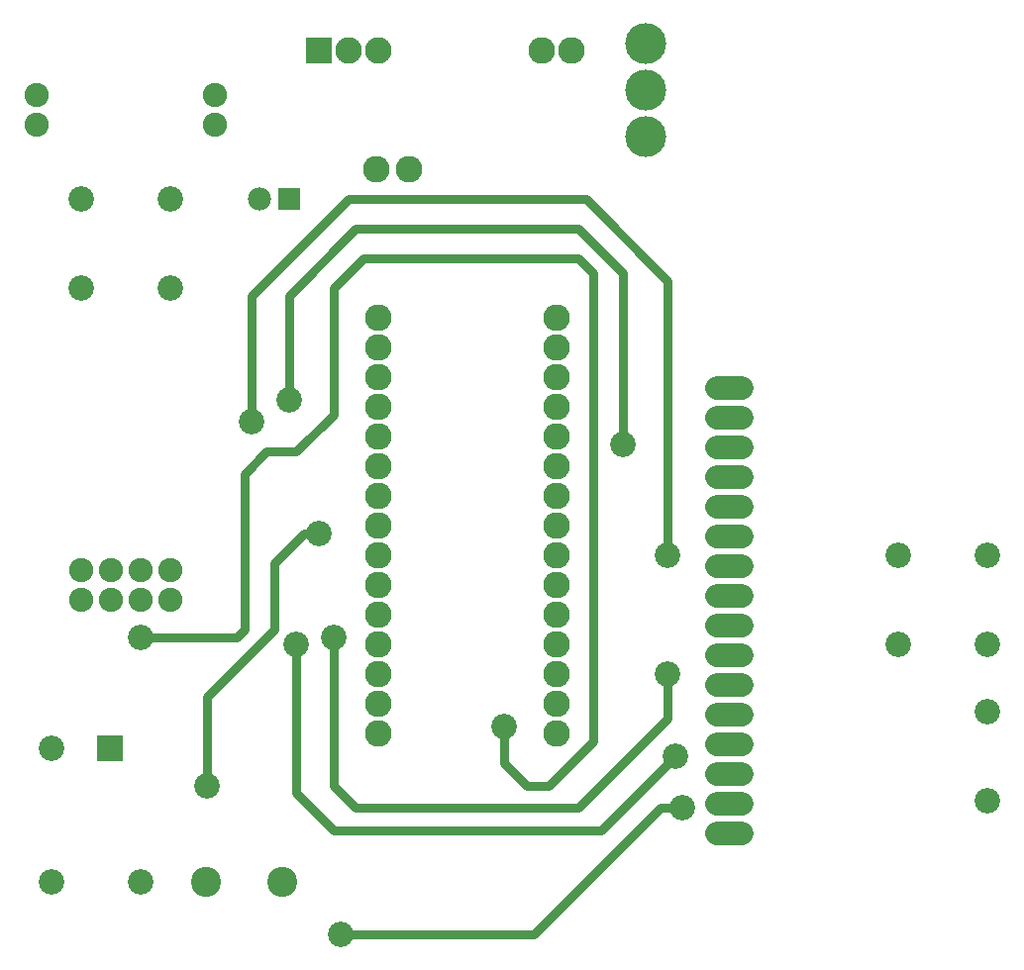
<source format=gbr>
G04 EAGLE Gerber RS-274X export*
G75*
%MOMM*%
%FSLAX34Y34*%
%LPD*%
%INTop Copper*%
%IPPOS*%
%AMOC8*
5,1,8,0,0,1.08239X$1,22.5*%
G01*
%ADD10C,2.286000*%
%ADD11R,1.970000X1.970000*%
%ADD12C,1.970000*%
%ADD13C,2.170000*%
%ADD14R,2.170000X2.170000*%
%ADD15C,2.070000*%
%ADD16C,3.500000*%
%ADD17R,2.270000X2.270000*%
%ADD18C,2.270000*%
%ADD19C,2.070000*%
%ADD20C,2.570000*%
%ADD21C,0.762000*%


D10*
X341630Y711200D03*
X369570Y711200D03*
D11*
X266500Y685800D03*
D12*
X241500Y685800D03*
D13*
X63900Y215900D03*
D14*
X113900Y215900D03*
D10*
X342900Y406400D03*
X342900Y431800D03*
X342900Y457200D03*
X342900Y482600D03*
X342900Y508000D03*
X342900Y533400D03*
X342900Y381000D03*
X342900Y355600D03*
X342900Y330200D03*
X342900Y304800D03*
X342900Y279400D03*
X342900Y254000D03*
X342900Y228600D03*
X342900Y558800D03*
X342900Y584200D03*
X495300Y406400D03*
X495300Y381000D03*
X495300Y355600D03*
X495300Y330200D03*
X495300Y304800D03*
X495300Y279400D03*
X495300Y431800D03*
X495300Y457200D03*
X495300Y482600D03*
X495300Y508000D03*
X495300Y533400D03*
X495300Y558800D03*
X495300Y584200D03*
X495300Y254000D03*
X495300Y228600D03*
X508000Y812800D03*
X482600Y812800D03*
D13*
X88900Y685800D03*
X165100Y685800D03*
X88900Y609600D03*
X165100Y609600D03*
D15*
X88900Y342900D03*
X114300Y342900D03*
X139700Y342900D03*
X165100Y342900D03*
X88900Y368300D03*
X114300Y368300D03*
X139700Y368300D03*
X165100Y368300D03*
X203200Y749300D03*
X203200Y774700D03*
X50800Y774700D03*
X50800Y749300D03*
D16*
X571500Y819150D03*
X571500Y779150D03*
X571500Y739150D03*
D17*
X292100Y812800D03*
D18*
X317500Y812800D03*
X342900Y812800D03*
D19*
X632950Y143500D02*
X653650Y143500D01*
X653650Y168900D02*
X632950Y168900D01*
X632950Y194300D02*
X653650Y194300D01*
X653650Y219700D02*
X632950Y219700D01*
X632950Y245100D02*
X653650Y245100D01*
X653650Y270500D02*
X632950Y270500D01*
X632950Y295900D02*
X653650Y295900D01*
X653650Y321300D02*
X632950Y321300D01*
X632950Y346700D02*
X653650Y346700D01*
X653650Y372100D02*
X632950Y372100D01*
X632950Y397500D02*
X653650Y397500D01*
X653650Y422900D02*
X632950Y422900D01*
X632950Y448300D02*
X653650Y448300D01*
X653650Y473700D02*
X632950Y473700D01*
X632950Y499100D02*
X653650Y499100D01*
X653650Y524500D02*
X632950Y524500D01*
D13*
X863600Y171450D03*
X863600Y247650D03*
X863600Y304800D03*
X863600Y381000D03*
D20*
X261100Y101600D03*
X196100Y101600D03*
D13*
X139700Y101600D03*
X63500Y101600D03*
X787400Y304800D03*
X787400Y381000D03*
X139700Y311150D03*
X450850Y234950D03*
D21*
X222250Y311150D02*
X139700Y311150D01*
X222250Y311150D02*
X228600Y317500D01*
X228600Y450850D01*
X247650Y469900D01*
X273050Y469900D01*
X304800Y501650D01*
X304800Y609600D02*
X330200Y635000D01*
X514350Y635000D01*
X527050Y622300D01*
X304800Y609600D02*
X304800Y501650D01*
X527050Y622300D02*
X527050Y222250D01*
X488950Y184150D02*
X469900Y184150D01*
X450850Y203200D02*
X450850Y234950D01*
X488950Y184150D02*
X527050Y222250D01*
X469900Y184150D02*
X450850Y203200D01*
D13*
X590550Y381000D03*
X234950Y495300D03*
D21*
X234950Y603250D01*
X317500Y685800D01*
X520700Y685800D01*
X590550Y615950D02*
X590550Y381000D01*
X590550Y615950D02*
X520700Y685800D01*
D13*
X552450Y476250D03*
X266700Y514350D03*
D21*
X266700Y603250D01*
X323850Y660400D01*
X514350Y660400D01*
X552450Y622300D01*
X552450Y476250D01*
D13*
X311150Y57150D03*
X603250Y165100D03*
D21*
X476250Y57150D02*
X311150Y57150D01*
X476250Y57150D02*
X584200Y165100D01*
X603250Y165100D01*
D13*
X196850Y184150D03*
X292100Y400050D03*
D21*
X196850Y260350D02*
X196850Y184150D01*
X254000Y317500D02*
X254000Y374650D01*
X279400Y400050D01*
X292100Y400050D01*
X254000Y317500D02*
X196850Y260350D01*
D13*
X273050Y304800D03*
X596900Y209550D03*
D21*
X273050Y177800D02*
X273050Y304800D01*
X273050Y177800D02*
X304800Y146050D01*
X533400Y146050D01*
X596900Y209550D01*
D13*
X304800Y311150D03*
X590550Y279400D03*
D21*
X304800Y311150D02*
X304800Y184150D01*
X323850Y165100D01*
X514350Y165100D01*
X590550Y241300D01*
X590550Y279400D01*
M02*

</source>
